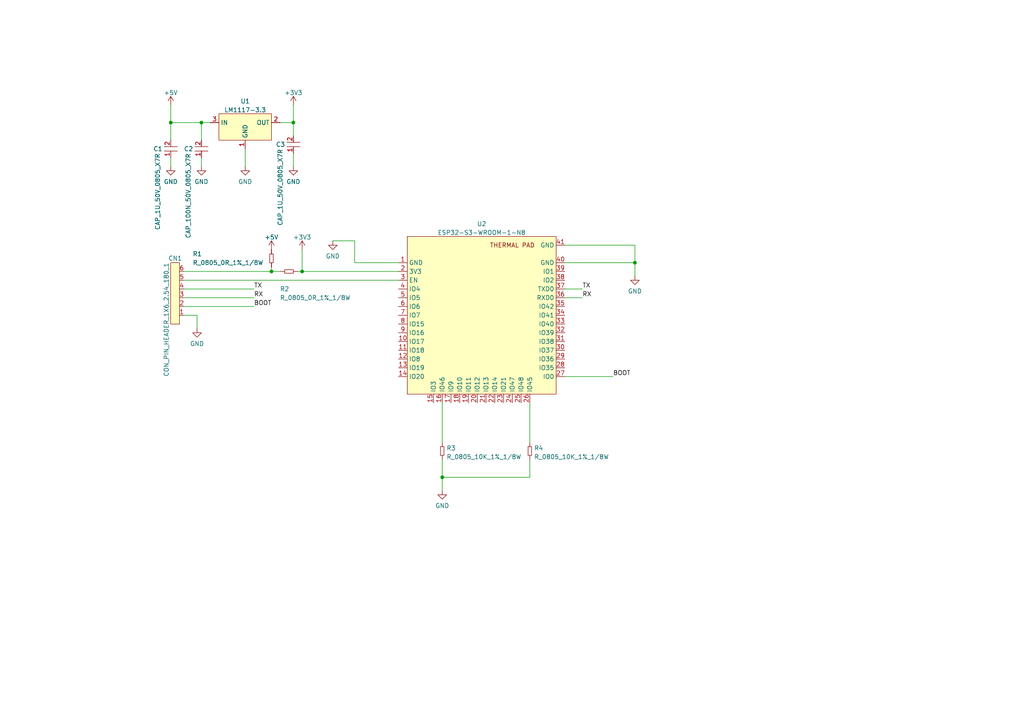
<source format=kicad_sch>
(kicad_sch (version 20211123) (generator eeschema)
  (paper "A4")
  (lib_symbols
    (symbol "minha_lib_:CAP_100N_50V_0805_X7R"
      (property "Reference" "C" (at 0 6.35 0))
      (property "Value" "CAP_100N_50V_0805_X7R" (at 0 3.81 0))
      (symbol "CAP_100N_50V_0805_X7R_0_1"
        (polyline (pts (xy -0.635 1.905) (xy -0.635 -1.905)) (stroke (width 0.1524)))
        (polyline (pts (xy 0.635 1.905) (xy 0.635 -1.905)) (stroke (width 0.1524)))
      )
      (symbol "CAP_100N_50V_0805_X7R_1_1"
        (pin passive line (at -2.54 0 0) (length 1.905) (name "") (number "1"))
        (pin passive line (at 2.54 0 180) (length 1.905) (name "") (number "2"))
      )
    )
    (symbol "minha_lib_:CAP_1U_50V_0805_X7R"
      (property "Reference" "C" (at 0 6.35 0))
      (property "Value" "CAP_1U_50V_0805_X7R" (at 0 3.81 0))
      (symbol "CAP_1U_50V_0805_X7R_0_1"
        (polyline (pts (xy -0.635 1.905) (xy -0.635 -1.905)) (stroke (width 0.1524)))
        (polyline (pts (xy 0.635 1.905) (xy 0.635 -1.905)) (stroke (width 0.1524)))
      )
      (symbol "CAP_1U_50V_0805_X7R_1_1"
        (pin passive line (at -2.54 0 0) (length 1.905) (name "") (number "1"))
        (pin passive line (at 2.54 0 180) (length 1.905) (name "") (number "2"))
      )
    )
    (symbol "minha_lib_:CON_PIN_HEADER_1X6_2.54_180_1" (pin_names hide)
      (property "Reference" "CN" (at 1.27 3.81 0))
      (property "Value" "CON_PIN_HEADER_1X6_2.54_180_1" (at 0 9.398 0))
      (symbol "CON_PIN_HEADER_1X6_2.54_180_1_0_1"
        (rectangle (start 0 2.54) (end 2.54 -15.24) (stroke (width 0.1524)) (fill (type background)))
      )
      (symbol "CON_PIN_HEADER_1X6_2.54_180_1_1_1"
        (pin passive line (at -1.27 0 0) (length 1.27) (name "1") (number "1"))
        (pin passive line (at -1.27 -2.54 0) (length 1.27) (name "2") (number "2"))
        (pin passive line (at -1.27 -5.08 0) (length 1.27) (name "3") (number "3"))
        (pin passive line (at -1.27 -7.62 0) (length 1.27) (name "4") (number "4"))
        (pin passive line (at -1.27 -10.16 0) (length 1.27) (name "5") (number "5"))
        (pin passive line (at -1.27 -12.7 0) (length 1.27) (name "6") (number "6"))
      )
    )
    (symbol "minha_lib_:ESP32-S3-WROOM-1-N8"
      (property "Reference" "U" (at 25.4 10.16 0))
      (property "Value" "ESP32-S3-WROOM-1-N8" (at 25.4 0 0))
      (symbol "ESP32-S3-WROOM-1-N8_0_0"
        (text "THERMAL PAD" (at 33.02 5.08 0) (effects (font (size 1.27 1.27))))
      )
      (symbol "ESP32-S3-WROOM-1-N8_0_1"
        (rectangle (start 45.72 7.62) (end 2.54 -38.1) (stroke (width 0.1524)) (fill (type background)))
      )
      (symbol "ESP32-S3-WROOM-1-N8_1_1"
        (pin power_in line (at 0 0 0) (length 2.54) (name "GND") (number "1"))
        (pin bidirectional line (at 0 -22.86 0) (length 2.54) (name "IO17") (number "10"))
        (pin bidirectional line (at 0 -25.4 0) (length 2.54) (name "IO18") (number "11"))
        (pin bidirectional line (at 0 -27.94 0) (length 2.54) (name "IO8") (number "12"))
        (pin bidirectional line (at 0 -30.48 0) (length 2.54) (name "IO19") (number "13"))
        (pin bidirectional line (at 0 -33.02 0) (length 2.54) (name "IO20") (number "14"))
        (pin bidirectional line (at 10.16 -40.64 90) (length 2.54) (name "IO3") (number "15"))
        (pin bidirectional line (at 12.7 -40.64 90) (length 2.54) (name "IO46") (number "16"))
        (pin bidirectional line (at 15.24 -40.64 90) (length 2.54) (name "IO9") (number "17"))
        (pin bidirectional line (at 17.78 -40.64 90) (length 2.54) (name "IO10") (number "18"))
        (pin bidirectional line (at 20.32 -40.64 90) (length 2.54) (name "IO11") (number "19"))
        (pin power_in line (at 0 -2.54 0) (length 2.54) (name "3V3") (number "2"))
        (pin bidirectional line (at 22.86 -40.64 90) (length 2.54) (name "IO12") (number "20"))
        (pin bidirectional line (at 25.4 -40.64 90) (length 2.54) (name "IO13") (number "21"))
        (pin bidirectional line (at 27.94 -40.64 90) (length 2.54) (name "IO14") (number "22"))
        (pin bidirectional line (at 30.48 -40.64 90) (length 2.54) (name "IO21") (number "23"))
        (pin bidirectional line (at 33.02 -40.64 90) (length 2.54) (name "IO47") (number "24"))
        (pin bidirectional line (at 35.56 -40.64 90) (length 2.54) (name "IO48") (number "25"))
        (pin bidirectional line (at 38.1 -40.64 90) (length 2.54) (name "IO45") (number "26"))
        (pin bidirectional line (at 48.26 -33.02 180) (length 2.54) (name "IO0") (number "27"))
        (pin bidirectional line (at 48.26 -30.48 180) (length 2.54) (name "IO35") (number "28"))
        (pin bidirectional line (at 48.26 -27.94 180) (length 2.54) (name "IO36") (number "29"))
        (pin input line (at 0 -5.08 0) (length 2.54) (name "EN") (number "3"))
        (pin bidirectional line (at 48.26 -25.4 180) (length 2.54) (name "IO37") (number "30"))
        (pin bidirectional line (at 48.26 -22.86 180) (length 2.54) (name "IO38") (number "31"))
        (pin bidirectional line (at 48.26 -20.32 180) (length 2.54) (name "IO39") (number "32"))
        (pin bidirectional line (at 48.26 -17.78 180) (length 2.54) (name "IO40") (number "33"))
        (pin bidirectional line (at 48.26 -15.24 180) (length 2.54) (name "IO41") (number "34"))
        (pin bidirectional line (at 48.26 -12.7 180) (length 2.54) (name "IO42") (number "35"))
        (pin bidirectional line (at 48.26 -10.16 180) (length 2.54) (name "RXD0") (number "36"))
        (pin bidirectional line (at 48.26 -7.62 180) (length 2.54) (name "TXD0") (number "37"))
        (pin bidirectional line (at 48.26 -5.08 180) (length 2.54) (name "IO2") (number "38"))
        (pin bidirectional line (at 48.26 -2.54 180) (length 2.54) (name "IO1") (number "39"))
        (pin bidirectional line (at 0 -7.62 0) (length 2.54) (name "IO4") (number "4"))
        (pin power_in line (at 48.26 0 180) (length 2.54) (name "GND") (number "40"))
        (pin power_in line (at 48.26 5.08 180) (length 2.54) (name "GND") (number "41"))
        (pin bidirectional line (at 0 -10.16 0) (length 2.54) (name "IO5") (number "5"))
        (pin bidirectional line (at 0 -12.7 0) (length 2.54) (name "IO6") (number "6"))
        (pin bidirectional line (at 0 -15.24 0) (length 2.54) (name "IO7") (number "7"))
        (pin bidirectional line (at 0 -17.78 0) (length 2.54) (name "IO15") (number "8"))
        (pin bidirectional line (at 0 -20.32 0) (length 2.54) (name "IO16") (number "9"))
      )
    )
    (symbol "minha_lib_:LM1117-3.3"
      (property "Reference" "U" (at 10.16 6.35 0))
      (property "Value" "LM1117-3.3" (at 10.16 3.81 0))
      (symbol "LM1117-3.3_0_1"
        (rectangle (start 2.54 2.54) (end 17.78 -5.08) (stroke (width 0.1524)) (fill (type background)))
      )
      (symbol "LM1117-3.3_1_1"
        (pin input line (at 10.16 -7.62 90) (length 2.54) (name "GND") (number "1"))
        (pin input line (at 20.32 0 180) (length 2.54) (name "OUT") (number "2"))
        (pin input line (at 0 0 0) (length 2.54) (name "IN") (number "3"))
      )
    )
    (symbol "minha_lib_:R_0805_0R_1%_1{slash}8W" (pin_numbers hide) (pin_names (offset 0) hide)
      (property "Reference" "R" (at 2.54 1.524 0))
      (property "Value" "R_0805_0R_1%_1{slash}8W" (at 2.032 -2.032 0))
      (symbol "R_0805_0R_1%_1{slash}8W_0_1"
        (polyline (pts (xy 1.27 0.508) (xy 1.27 -0.508) (xy 3.81 -0.508) (xy 3.81 0.508) (xy 1.27 0.508)) (stroke (width 0.1524)))
      )
      (symbol "R_0805_0R_1%_1{slash}8W_1_1"
        (pin passive line (at 0 0 0) (length 1.27) (name "CATHODE") (number "1"))
        (pin passive line (at 5.08 0 180) (length 1.27) (name "ANODE") (number "2"))
      )
    )
    (symbol "minha_lib_:R_0805_10K_1%_1{slash}8W" (pin_numbers hide) (pin_names (offset 0) hide)
      (property "Reference" "R" (at 2.54 1.524 0))
      (property "Value" "R_0805_10K_1%_1{slash}8W" (at 2.032 -2.032 0))
      (symbol "R_0805_10K_1%_1{slash}8W_0_1"
        (polyline (pts (xy 1.27 0.508) (xy 1.27 -0.508) (xy 3.81 -0.508) (xy 3.81 0.508) (xy 1.27 0.508)) (stroke (width 0.1524)))
      )
      (symbol "R_0805_10K_1%_1{slash}8W_1_1"
        (pin passive line (at 0 0 0) (length 1.27) (name "CATHODE") (number "1"))
        (pin passive line (at 5.08 0 180) (length 1.27) (name "ANODE") (number "2"))
      )
    )
    (symbol "power_symbols:+3.3V" (power) (pin_names (offset 0))
      (property "Value" "+3.3V" (at 0 3.556 0))
      (symbol "+3.3V_0_1"
        (polyline (pts (xy -0.762 1.27) (xy 0 2.54)))
        (polyline (pts (xy 0 0) (xy 0 2.54)))
        (polyline (pts (xy 0 2.54) (xy 0.762 1.27)))
      )
      (symbol "+3.3V_1_1"
        (pin power_in line (at 0 0 90) (length 0) hide (name "+3V3") (number "1"))
      )
    )
    (symbol "power_symbols:+5V" (power) (pin_names (offset 0))
      (property "Value" "+5V" (at 0 3.556 0))
      (symbol "+5V_0_1"
        (polyline (pts (xy -0.762 1.27) (xy 0 2.54)))
        (polyline (pts (xy 0 0) (xy 0 2.54)))
        (polyline (pts (xy 0 2.54) (xy 0.762 1.27)))
      )
      (symbol "+5V_1_1"
        (pin power_in line (at 0 0 90) (length 0) hide (name "+5V") (number "1"))
      )
    )
    (symbol "power_symbols:GND" (power) (pin_names (offset 0))
      (property "Value" "GND" (at 0 -3.81 0))
      (symbol "GND_0_1"
        (polyline (pts (xy 0 0) (xy 0 -1.27) (xy 1.27 -1.27) (xy 0 -2.54) (xy -1.27 -1.27) (xy 0 -1.27)))
      )
      (symbol "GND_1_1"
        (pin power_in line (at 0 0 270) (length 0) hide (name "GND") (number "1"))
      )
    )
  )
  (junction (at 184.15 76.2))
  (junction (at 49.53 35.56))
  (junction (at 87.63 78.74))
  (junction (at 85.09 35.56))
  (junction (at 78.74 78.74))
  (junction (at 58.42 35.56))
  (junction (at 128.27 138.43))
  (wire (pts (xy 58.42 48.26) (xy 58.42 45.72)))
  (wire (pts (xy 184.15 76.2) (xy 184.15 71.12)))
  (wire (pts (xy 96.52 69.85) (xy 102.87 69.85)))
  (wire (pts (xy 58.42 35.56) (xy 49.53 35.56)))
  (wire (pts (xy 128.27 138.43) (xy 128.27 133.35)))
  (wire (pts (xy 163.83 86.36) (xy 168.91 86.36)))
  (wire (pts (xy 153.67 116.84) (xy 153.67 128.27)))
  (wire (pts (xy 53.34 81.28) (xy 115.57 81.28)))
  (wire (pts (xy 115.57 78.74) (xy 87.63 78.74)))
  (wire (pts (xy 49.53 30.48) (xy 49.53 35.56)))
  (wire (pts (xy 153.67 133.35) (xy 153.67 138.43)))
  (wire (pts (xy 53.34 88.9) (xy 73.66 88.9)))
  (wire (pts (xy 49.53 35.56) (xy 49.53 40.64)))
  (wire (pts (xy 53.34 83.82) (xy 73.66 83.82)))
  (wire (pts (xy 85.09 35.56) (xy 85.09 39.37)))
  (wire (pts (xy 85.09 35.56) (xy 81.28 35.56)))
  (wire (pts (xy 58.42 35.56) (xy 58.42 40.64)))
  (wire (pts (xy 128.27 138.43) (xy 128.27 142.24)))
  (wire (pts (xy 163.83 109.22) (xy 177.8 109.22)))
  (wire (pts (xy 163.83 83.82) (xy 168.91 83.82)))
  (wire (pts (xy 53.34 86.36) (xy 73.66 86.36)))
  (wire (pts (xy 163.83 76.2) (xy 184.15 76.2)))
  (wire (pts (xy 184.15 71.12) (xy 163.83 71.12)))
  (wire (pts (xy 128.27 128.27) (xy 128.27 116.84)))
  (wire (pts (xy 57.15 91.44) (xy 57.15 95.25)))
  (wire (pts (xy 78.74 77.47) (xy 78.74 78.74)))
  (wire (pts (xy 53.34 91.44) (xy 57.15 91.44)))
  (wire (pts (xy 87.63 78.74) (xy 87.63 72.39)))
  (wire (pts (xy 153.67 138.43) (xy 128.27 138.43)))
  (wire (pts (xy 184.15 80.01) (xy 184.15 76.2)))
  (wire (pts (xy 71.12 43.18) (xy 71.12 48.26)))
  (wire (pts (xy 49.53 48.26) (xy 49.53 45.72)))
  (wire (pts (xy 86.36 78.74) (xy 87.63 78.74)))
  (wire (pts (xy 60.96 35.56) (xy 58.42 35.56)))
  (wire (pts (xy 102.87 69.85) (xy 102.87 76.2)))
  (wire (pts (xy 85.09 30.48) (xy 85.09 35.56)))
  (wire (pts (xy 102.87 76.2) (xy 115.57 76.2)))
  (wire (pts (xy 53.34 78.74) (xy 78.74 78.74)))
  (wire (pts (xy 78.74 78.74) (xy 81.28 78.74)))
  (wire (pts (xy 85.09 44.45) (xy 85.09 48.26)))
  (label "BOOT" (at 73.66 88.9 0))
  (label "RX" (at 73.66 86.36 0))
  (label "BOOT" (at 177.8 109.22 0))
  (label "RX" (at 168.91 86.36 0))
  (label "TX" (at 168.91 83.82 0))
  (label "TX" (at 73.66 83.82 0))
  (symbol (lib_id "power_symbols:GND") (at 57.15 95.25 0) (unit 1)
    (property "Reference" "#PWR03" (effects hide))
    (property "Value" "GND" (at 57.15 99.6934 0))
  )
  (symbol (lib_id "power_symbols:+3.3V") (at 87.63 72.39 0) (unit 1)
    (property "Reference" "#PWR09" (effects hide))
    (property "Value" "+3.3V" (at 87.63 68.8142 0))
  )
  (symbol (lib_id "power_symbols:GND") (at 128.27 142.24 0) (unit 1)
    (property "Reference" "#PWR011" (effects hide))
    (property "Value" "GND" (at 128.27 146.6834 0))
  )
  (symbol (lib_id "power_symbols:GND") (at 58.42 48.26 0) (unit 1)
    (property "Reference" "#PWR04" (effects hide))
    (property "Value" "GND" (at 58.42 52.7034 0))
  )
  (symbol (lib_id "power_symbols:+5V") (at 78.74 72.39 0) (unit 1)
    (property "Reference" "#PWR06" (effects hide))
    (property "Value" "+5V" (at 78.74 68.8142 0))
  )
  (symbol (lib_id "minha_lib_:ESP32-S3-WROOM-1-N8") (at 115.57 76.2 0) (unit 1)
    (property "Reference" "U2" (at 139.7 64.931 0))
    (property "Value" "ESP32-S3-WROOM-1-N8" (at 139.7 67.4679 0))
    (property "Footprint" "minha_lib:ESP32-S3-WROOM-1" (effects hide))
    (property "Datasheet" "https://media.digikey.com/pdf/Data%20Sheets/Espressif%20PDFs/ESP32-S3-WROOM-1_1U_v0.5.1_Preliminary.pdf" (effects hide))
    (property "Link" "https://www.digikey.com.br/en/products/detail/espressif-systems/ESP32-S3-WROOM-1-N8/15200089" (effects hide))
    (property "PN" "ESP32-S3-WROOM-1-N8" (effects hide))
    (property "Detailed Description" "WiFi 802.11a/b/g/n, Bluetooth v5.0 Transceiver Module 2.4GHz Antenna Not Included -" (effects hide))
    (property "Fabricante" "Espressif Systems" (effects hide))
  )
  (symbol (lib_id "minha_lib_:R_0805_0R_1%_1{slash}8W") (at 78.74 77.47 90) (unit 1)
    (property "Reference" "R1" (at 55.88 73.66 90) (effects (justify right)))
    (property "Value" "R_0805_0R_1%_1/8W" (at 55.88 76.2 90) (effects (justify right)))
    (property "Footprint" "minha_lib:RES_0805" (effects hide))
    (property "Datasheet" "https://www.seielect.com/catalog/sei-rmcf_rmcp.pdf" (effects hide))
    (property "PN" "RMCF0805ZT0R00" (effects hide))
    (property "Link" "https://www.digikey.com.br/pt/products/detail/stackpole-electronics-inc/RMCF0805ZT0R00/1756901" (effects hide))
    (property "Detailed Description" "0 Ohms Jumper 0,125W, 1/8W Resistor de chip 0805 (métrico 2012) AEC-Q200 automotivo Filme grosso" (effects hide))
    (property "Fabricante" "Stackpole Electronics Inc" (effects hide))
  )
  (symbol (lib_id "minha_lib_:R_0805_10K_1%_1{slash}8W") (at 153.67 133.35 90) (unit 1)
    (property "Reference" "R4" (at 154.8892 129.9753 90) (effects (justify right)))
    (property "Value" "R_0805_10K_1%_1/8W" (at 154.8892 132.5122 90) (effects (justify right)))
    (property "Footprint" "minha_lib:RES_0805" (effects hide))
    (property "Datasheet" "https://www.seielect.com/catalog/sei-rmcf_rmcp.pdf" (effects hide))
    (property "PN" "RMCF0805FT10K0" (effects hide))
    (property "Link" "https://www.digikey.com.br/pt/products/detail/stackpole-electronics-inc/RMCF0805FT10K0/1760676" (effects hide))
    (property "Detailed Description" "10 kOhms ±1% 0,125W, 1/8W Resistor de chip 0805 (métrico 2012) AEC-Q200 automotivo Filme grosso" (effects hide))
    (property "Fabricante" "Stackpole Electronics Inc" (effects hide))
  )
  (symbol (lib_id "minha_lib_:CON_PIN_HEADER_1X6_2.54_180_1") (at 52.07 91.44 180) (unit 1)
    (property "Reference" "CN1" (at 50.8 74.93 0))
    (property "Value" "CON_PIN_HEADER_1X6_2.54_180_1" (at 48.26 92.71 90))
    (property "Footprint" "minha_lib:pin_header_male_6_2.54_pth" (effects hide))
  )
  (symbol (lib_id "minha_lib_:R_0805_0R_1%_1{slash}8W") (at 86.36 78.74 180) (unit 1)
    (property "Reference" "R2" (at 82.55 83.82 0))
    (property "Value" "R_0805_0R_1%_1/8W" (at 91.44 86.36 0))
    (property "Footprint" "minha_lib:RES_0805" (effects hide))
    (property "Datasheet" "https://www.seielect.com/catalog/sei-rmcf_rmcp.pdf" (effects hide))
    (property "PN" "RMCF0805ZT0R00" (effects hide))
    (property "Link" "https://www.digikey.com.br/pt/products/detail/stackpole-electronics-inc/RMCF0805ZT0R00/1756901" (effects hide))
    (property "Detailed Description" "0 Ohms Jumper 0,125W, 1/8W Resistor de chip 0805 (métrico 2012) AEC-Q200 automotivo Filme grosso" (effects hide))
    (property "Fabricante" "Stackpole Electronics Inc" (effects hide))
  )
  (symbol (lib_id "minha_lib_:CAP_1U_50V_0805_X7R") (at 49.53 43.18 90) (unit 1)
    (property "Reference" "C1" (at 44.45 43.18 90) (effects (justify right)))
    (property "Value" "CAP_1U_50V_0805_X7R" (at 45.72 44.45 0) (effects (justify right)))
    (property "Datasheet" "https://media.digikey.com/pdf/Data%20Sheets/Samsung%20PDFs/CL21B105KBFNNNE_Spec.pdf" (effects hide))
    (property "PN" "CL21B105KBFNNNE" (effects hide))
    (property "Link" "https://www.digikey.com.br/pt/products/detail/samsung-electro-mechanics/CL21B105KBFNNNE/3886687" (effects hide))
    (property "Descrição detalhada" "1 µF ±10% 50V Capacitor de cerâmica X7R 0805 (métrico 2012)" (effects hide))
    (property "Fabricante" "Samsung Electro-Mechanics" (effects hide))
  )
  (symbol (lib_id "power_symbols:+5V") (at 49.53 30.48 0) (unit 1)
    (property "Reference" "#PWR01" (effects hide))
    (property "Value" "+5V" (at 49.53 26.9042 0))
  )
  (symbol (lib_id "power_symbols:GND") (at 184.15 80.01 0) (unit 1)
    (property "Reference" "#PWR012" (effects hide))
    (property "Value" "GND" (at 184.15 84.4534 0))
  )
  (symbol (lib_id "power_symbols:GND") (at 85.09 48.26 0) (unit 1)
    (property "Reference" "#PWR08" (effects hide))
    (property "Value" "GND" (at 85.09 52.7034 0))
  )
  (symbol (lib_id "minha_lib_:R_0805_10K_1%_1{slash}8W") (at 128.27 133.35 90) (unit 1)
    (property "Reference" "R3" (at 129.4892 129.9753 90) (effects (justify right)))
    (property "Value" "R_0805_10K_1%_1/8W" (at 129.4892 132.5122 90) (effects (justify right)))
    (property "Footprint" "minha_lib:RES_0805" (effects hide))
    (property "Datasheet" "https://www.seielect.com/catalog/sei-rmcf_rmcp.pdf" (effects hide))
    (property "PN" "RMCF0805FT10K0" (effects hide))
    (property "Link" "https://www.digikey.com.br/pt/products/detail/stackpole-electronics-inc/RMCF0805FT10K0/1760676" (effects hide))
    (property "Detailed Description" "10 kOhms ±1% 0,125W, 1/8W Resistor de chip 0805 (métrico 2012) AEC-Q200 automotivo Filme grosso" (effects hide))
    (property "Fabricante" "Stackpole Electronics Inc" (effects hide))
  )
  (symbol (lib_id "power_symbols:GND") (at 96.52 69.85 0) (unit 1)
    (property "Reference" "#PWR010" (effects hide))
    (property "Value" "GND" (at 96.52 74.2934 0))
  )
  (symbol (lib_id "minha_lib_:LM1117-3.3") (at 60.96 35.56 0) (unit 1)
    (property "Reference" "U1" (at 71.12 29.371 0))
    (property "Value" "LM1117-3.3" (at 71.12 31.9079 0))
    (property "Footprint" "minha_lib:SOT230" (effects hide))
    (property "Datasheet" "http://www.ti.com/general/docs/suppproductinfo.tsp?distId=10&gotoUrl=http%3A%2F%2Fwww.ti.com%2Flit%2Fgpn%2Flm1117" (effects hide))
    (property "PN" "LM1117MPX-3.3/NOPB" (effects hide))
    (property "Link" "https://www.digikey.com.br/en/products/detail/texas-instruments/LM1117MPX-3-3-NOPB/366733" (effects hide))
    (property "Detailed Description" "Linear Voltage Regulator IC Positive Fixed 1 Output 800mA SOT-223-4" (effects hide))
    (property "Fabricante" "Texas Instruments" (effects hide))
  )
  (symbol (lib_id "power_symbols:GND") (at 71.12 48.26 0) (unit 1)
    (property "Reference" "#PWR05" (effects hide))
    (property "Value" "GND" (at 71.12 52.7034 0))
  )
  (symbol (lib_id "power_symbols:+3.3V") (at 85.09 30.48 0) (unit 1)
    (property "Reference" "#PWR07" (effects hide))
    (property "Value" "+3.3V" (at 85.09 26.9042 0))
  )
  (symbol (lib_id "minha_lib_:CAP_1U_50V_0805_X7R") (at 85.09 41.91 90) (unit 1)
    (property "Reference" "C3" (at 80.01 41.91 90) (effects (justify right)))
    (property "Value" "CAP_1U_50V_0805_X7R" (at 81.28 43.18 0) (effects (justify right)))
    (property "Datasheet" "https://media.digikey.com/pdf/Data%20Sheets/Samsung%20PDFs/CL21B105KBFNNNE_Spec.pdf" (effects hide))
    (property "PN" "CL21B105KBFNNNE" (effects hide))
    (property "Link" "https://www.digikey.com.br/pt/products/detail/samsung-electro-mechanics/CL21B105KBFNNNE/3886687" (effects hide))
    (property "Descrição detalhada" "1 µF ±10% 50V Capacitor de cerâmica X7R 0805 (métrico 2012)" (effects hide))
    (property "Fabricante" "Samsung Electro-Mechanics" (effects hide))
  )
  (symbol (lib_id "minha_lib_:CAP_100N_50V_0805_X7R") (at 58.42 43.18 90) (unit 1)
    (property "Reference" "C2" (at 53.34 43.18 90) (effects (justify right)))
    (property "Value" "CAP_100N_50V_0805_X7R" (at 54.61 44.45 0) (effects (justify right)))
    (property "Datasheet" "https://media.digikey.com/pdf/Data%20Sheets/Samsung%20PDFs/CL21B104KBCNNN_Spec.pdf" (effects hide))
    (property "PN" "CL21B104KBCNNNC" (effects hide))
    (property "Link" "https://www.digikey.com.br/pt/products/detail/samsung-electro-mechanics/CL21B104KBCNNNC/3886661" (effects hide))
    (property "Descrição detalhada" "0.1 µF ±10% 50V Capacitor de cerâmica X7R 0805 (métrico 2012)" (effects hide))
    (property "Fabricante" "Samsung Electro-Mechanics" (effects hide))
  )
  (symbol (lib_id "power_symbols:GND") (at 49.53 48.26 0) (unit 1)
    (property "Reference" "#PWR02" (effects hide))
    (property "Value" "GND" (at 49.53 52.7034 0))
  )
)
</source>
